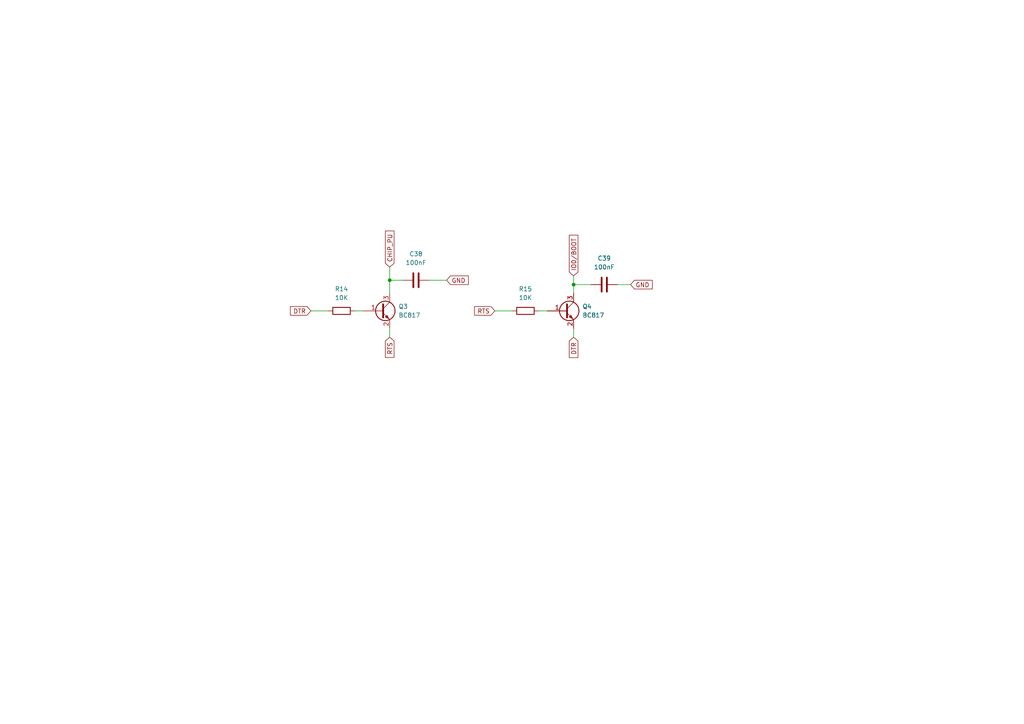
<source format=kicad_sch>
(kicad_sch (version 20211123) (generator eeschema)
  (paper "A4")
  (lib_symbols
    (symbol "Device:C" (pin_numbers hide) (pin_names (offset 0.254))
      (property "Reference" "C" (at 0.635 2.54 0))
      (property "Value" "C" (at 0.635 -2.54 0))
      (symbol "C_0_1"
        (polyline (pts (xy -2.032 -0.762) (xy 2.032 -0.762)) (stroke (width 0.508)))
        (polyline (pts (xy -2.032 0.762) (xy 2.032 0.762)) (stroke (width 0.508)))
      )
      (symbol "C_1_1"
        (pin passive line (at 0 3.81 270) (length 2.794) (name "~") (number "1"))
        (pin passive line (at 0 -3.81 90) (length 2.794) (name "~") (number "2"))
      )
    )
    (symbol "Device:R" (pin_numbers hide) (pin_names (offset 0))
      (property "Reference" "R" (at 2.032 0 90))
      (property "Value" "R" (at 0 0 90))
      (symbol "R_0_1"
        (rectangle (start -1.016 -2.54) (end 1.016 2.54) (stroke (width 0.254)))
      )
      (symbol "R_1_1"
        (pin passive line (at 0 3.81 270) (length 1.27) (name "~") (number "1"))
        (pin passive line (at 0 -3.81 90) (length 1.27) (name "~") (number "2"))
      )
    )
    (symbol "Transistor_BJT:BC817" (pin_names (offset 0) hide)
      (property "Reference" "Q" (at 5.08 1.905 0))
      (property "Value" "BC817" (at 5.08 0 0))
      (symbol "BC817_0_1"
        (polyline (pts (xy 0.635 0.635) (xy 2.54 2.54)))
        (polyline (pts (xy 0.635 -0.635) (xy 2.54 -2.54) (xy 2.54 -2.54)))
        (polyline (pts (xy 0.635 1.905) (xy 0.635 -1.905) (xy 0.635 -1.905)) (stroke (width 0.508)))
        (polyline (pts (xy 1.27 -1.778) (xy 1.778 -1.27) (xy 2.286 -2.286) (xy 1.27 -1.778) (xy 1.27 -1.778)) (fill (type outline)))
        (circle (center 1.27 0) (radius 2.8194) (stroke (width 0.254)))
      )
      (symbol "BC817_1_1"
        (pin input line (at -5.08 0 0) (length 5.715) (name "B") (number "1"))
        (pin passive line (at 2.54 -5.08 90) (length 2.54) (name "E") (number "2"))
        (pin passive line (at 2.54 5.08 270) (length 2.54) (name "C") (number "3"))
      )
    )
  )
  (junction (at 166.37 82.55))
  (junction (at 113.03 81.28))
  (wire (pts (xy 102.87 90.17) (xy 105.41 90.17)))
  (wire (pts (xy 124.46 81.28) (xy 129.54 81.28)))
  (wire (pts (xy 113.03 95.25) (xy 113.03 97.79)))
  (wire (pts (xy 156.21 90.17) (xy 158.75 90.17)))
  (wire (pts (xy 143.51 90.17) (xy 148.59 90.17)))
  (wire (pts (xy 179.07 82.55) (xy 182.88 82.55)))
  (wire (pts (xy 90.17 90.17) (xy 95.25 90.17)))
  (wire (pts (xy 166.37 80.01) (xy 166.37 82.55)))
  (wire (pts (xy 113.03 81.28) (xy 116.84 81.28)))
  (wire (pts (xy 166.37 82.55) (xy 171.45 82.55)))
  (wire (pts (xy 113.03 81.28) (xy 113.03 85.09)))
  (wire (pts (xy 166.37 82.55) (xy 166.37 85.09)))
  (wire (pts (xy 166.37 95.25) (xy 166.37 97.79)))
  (wire (pts (xy 113.03 77.47) (xy 113.03 81.28)))
  (global_label "RTS" (shape input) (at 113.03 97.79 270) (property "Intersheet References" "${INTERSHEET_REFS}" (effects hide)))
  (global_label "DTR" (shape input) (at 90.17 90.17 180) (property "Intersheet References" "${INTERSHEET_REFS}" (effects hide)))
  (global_label "GND" (shape input) (at 182.88 82.55 0) (property "Intersheet References" "${INTERSHEET_REFS}" (effects hide)))
  (global_label "GND" (shape input) (at 129.54 81.28 0) (property "Intersheet References" "${INTERSHEET_REFS}" (effects hide)))
  (global_label "DTR" (shape input) (at 166.37 97.79 270) (property "Intersheet References" "${INTERSHEET_REFS}" (effects hide)))
  (global_label "IO0{slash}BOOT" (shape input) (at 166.37 80.01 90) (property "Intersheet References" "${INTERSHEET_REFS}" (effects hide)))
  (global_label "CHIP_PU" (shape input) (at 113.03 77.47 90) (property "Intersheet References" "${INTERSHEET_REFS}" (effects hide)))
  (global_label "RTS" (shape input) (at 143.51 90.17 180) (property "Intersheet References" "${INTERSHEET_REFS}" (effects hide)))
  (symbol (lib_id "Device:C") (at 120.65 81.28 90) (unit 1)
    (property "Reference" "C38" (at 120.65 73.66 90))
    (property "Value" "100nF" (at 120.65 76.2 90))
    (property "Footprint" "Capacitor_SMD:C_0603_1608Metric" (effects hide))
  )
  (symbol (lib_id "Device:R") (at 99.06 90.17 90) (unit 1)
    (property "Reference" "R14" (at 99.06 83.82 90))
    (property "Value" "10K" (at 99.06 86.36 90))
    (property "Footprint" "Resistor_SMD:R_0603_1608Metric" (effects hide))
  )
  (symbol (lib_id "Transistor_BJT:BC817") (at 163.83 90.17 0) (unit 1)
    (property "Reference" "Q4" (at 168.91 88.8999 0) (effects (justify left)))
    (property "Value" "BC817" (at 168.91 91.4399 0) (effects (justify left)))
    (property "Footprint" "Package_TO_SOT_SMD:SOT-23" (effects hide))
    (property "Datasheet" "https://www.onsemi.com/pub/Collateral/BC818-D.pdf" (effects hide))
  )
  (symbol (lib_id "Device:C") (at 175.26 82.55 90) (unit 1)
    (property "Reference" "C39" (at 175.26 74.93 90))
    (property "Value" "100nF" (at 175.26 77.47 90))
    (property "Footprint" "Capacitor_SMD:C_0603_1608Metric" (effects hide))
  )
  (symbol (lib_id "Device:R") (at 152.4 90.17 90) (unit 1)
    (property "Reference" "R15" (at 152.4 83.82 90))
    (property "Value" "10K" (at 152.4 86.36 90))
    (property "Footprint" "Resistor_SMD:R_0603_1608Metric" (effects hide))
  )
  (symbol (lib_id "Transistor_BJT:BC817") (at 110.49 90.17 0) (unit 1)
    (property "Reference" "Q3" (at 115.57 88.8999 0) (effects (justify left)))
    (property "Value" "BC817" (at 115.57 91.4399 0) (effects (justify left)))
    (property "Footprint" "Package_TO_SOT_SMD:SOT-23" (effects hide))
    (property "Datasheet" "https://www.onsemi.com/pub/Collateral/BC818-D.pdf" (effects hide))
  )
)
</source>
